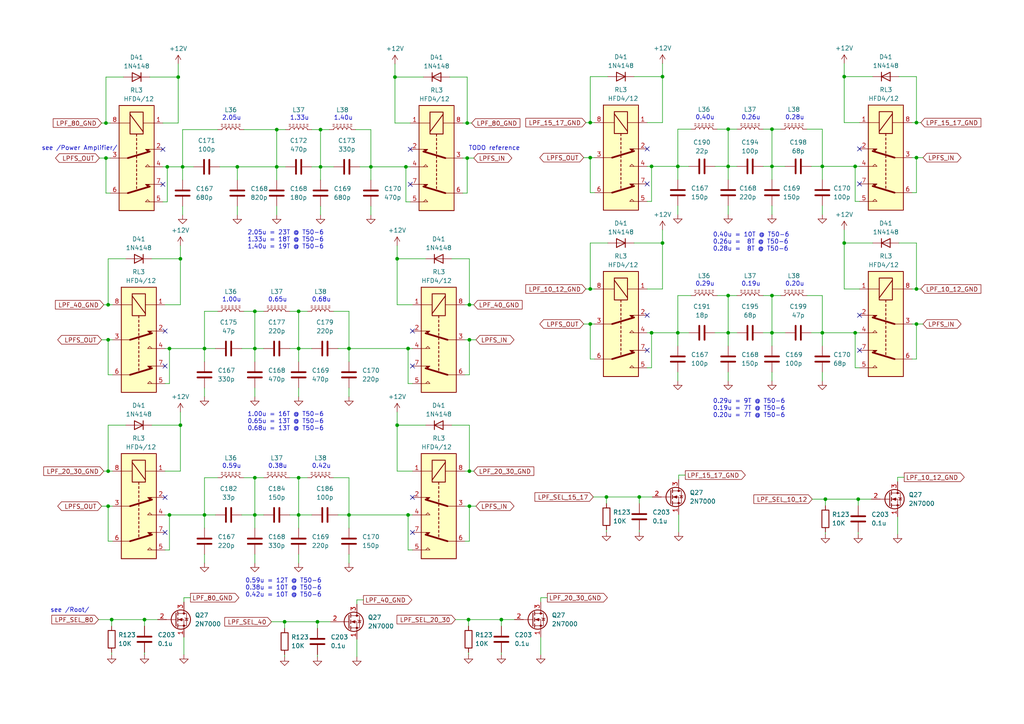
<source format=kicad_sch>
(kicad_sch (version 20230121) (generator eeschema)
  (paper "A4")
  (junction (at 73.914 138.557))
  (junction (at 238.506 48.26))
  (junction (at 244.856 22.225))
  (junction (at 211.201 85.725))
  (junction (at 171.196 83.82))
  (junction (at 73.914 90.297))
  (junction (at 86.614 138.557))
  (junction (at 211.201 96.52))
  (junction (at 211.201 48.26))
  (junction (at 32.385 179.705))
  (junction (at 80.264 48.387))
  (junction (at 135.509 35.687))
  (junction (at 80.264 37.592))
  (junction (at 31.369 146.812))
  (junction (at 117.729 48.387))
  (junction (at 265.811 45.72))
  (junction (at 73.914 101.092))
  (junction (at 115.189 75.057))
  (junction (at 223.901 37.465))
  (junction (at 107.569 48.387))
  (junction (at 49.149 101.092))
  (junction (at 223.901 48.26))
  (junction (at 171.196 93.98))
  (junction (at 31.369 136.652))
  (junction (at 265.811 83.82))
  (junction (at 265.811 93.98))
  (junction (at 136.144 98.552))
  (junction (at 136.144 146.812))
  (junction (at 51.689 22.352))
  (junction (at 48.514 48.387))
  (junction (at 82.55 180.34))
  (junction (at 223.901 85.725))
  (junction (at 135.509 45.847))
  (junction (at 92.964 37.592))
  (junction (at 196.596 48.26))
  (junction (at 196.596 96.52))
  (junction (at 30.734 45.847))
  (junction (at 52.324 75.057))
  (junction (at 59.309 101.092))
  (junction (at 135.89 179.705))
  (junction (at 211.201 37.465))
  (junction (at 92.964 48.387))
  (junction (at 171.196 35.56))
  (junction (at 118.364 149.352))
  (junction (at 239.395 144.78))
  (junction (at 59.309 149.352))
  (junction (at 49.149 149.352))
  (junction (at 30.734 35.687))
  (junction (at 52.324 123.317))
  (junction (at 86.614 90.297))
  (junction (at 185.42 144.145))
  (junction (at 192.151 22.225))
  (junction (at 86.614 101.092))
  (junction (at 265.811 35.56))
  (junction (at 248.031 96.52))
  (junction (at 223.901 96.52))
  (junction (at 136.144 136.652))
  (junction (at 41.91 179.705))
  (junction (at 101.219 101.092))
  (junction (at 188.976 48.26))
  (junction (at 188.976 96.52))
  (junction (at 101.219 149.352))
  (junction (at 73.914 149.352))
  (junction (at 52.959 48.387))
  (junction (at 31.369 98.552))
  (junction (at 92.075 180.34))
  (junction (at 114.554 22.352))
  (junction (at 115.189 123.317))
  (junction (at 175.895 144.145))
  (junction (at 86.614 149.352))
  (junction (at 136.144 88.392))
  (junction (at 68.834 48.387))
  (junction (at 248.031 48.26))
  (junction (at 31.369 88.392))
  (junction (at 248.92 144.78))
  (junction (at 192.151 70.485))
  (junction (at 171.196 45.72))
  (junction (at 244.856 70.485))
  (junction (at 118.364 101.092))
  (junction (at 145.415 179.705))
  (junction (at 238.506 96.52))
  (no_connect (at 249.301 43.18))
  (no_connect (at 47.244 43.307))
  (no_connect (at 119.634 154.432))
  (no_connect (at 47.879 144.272))
  (no_connect (at 47.879 106.172))
  (no_connect (at 187.706 53.34))
  (no_connect (at 187.706 91.44))
  (no_connect (at 249.301 53.34))
  (no_connect (at 249.301 101.6))
  (no_connect (at 187.706 101.6))
  (no_connect (at 119.634 106.172))
  (no_connect (at 118.999 43.307))
  (no_connect (at 119.634 144.272))
  (no_connect (at 118.999 53.467))
  (no_connect (at 249.301 91.44))
  (no_connect (at 187.706 43.18))
  (no_connect (at 47.879 96.012))
  (no_connect (at 47.244 53.467))
  (no_connect (at 119.634 96.012))
  (no_connect (at 47.879 154.432))
  (wire (pts (xy 86.614 160.782) (xy 86.614 163.322)))
  (wire (pts (xy 48.514 48.387) (xy 52.959 48.387)))
  (wire (pts (xy 244.856 83.82) (xy 244.856 70.485)))
  (wire (pts (xy 59.309 160.782) (xy 59.309 163.322)))
  (wire (pts (xy 192.151 35.56) (xy 192.151 22.225)))
  (wire (pts (xy 223.901 48.26) (xy 227.711 48.26)))
  (wire (pts (xy 31.369 98.552) (xy 32.639 98.552)))
  (wire (pts (xy 32.004 56.007) (xy 30.734 56.007)))
  (wire (pts (xy 92.964 48.387) (xy 96.774 48.387)))
  (wire (pts (xy 238.506 96.52) (xy 248.031 96.52)))
  (wire (pts (xy 211.201 85.725) (xy 211.201 96.52)))
  (wire (pts (xy 192.151 83.82) (xy 192.151 70.485)))
  (wire (pts (xy 114.554 22.352) (xy 114.554 18.542)))
  (wire (pts (xy 187.706 106.68) (xy 188.976 106.68)))
  (wire (pts (xy 123.444 123.317) (xy 115.189 123.317)))
  (wire (pts (xy 187.706 96.52) (xy 188.976 96.52)))
  (wire (pts (xy 156.845 184.785) (xy 156.845 189.865)))
  (wire (pts (xy 260.35 139.7) (xy 260.35 138.43)))
  (wire (pts (xy 29.464 146.812) (xy 31.369 146.812)))
  (wire (pts (xy 117.729 58.547) (xy 117.729 48.387)))
  (wire (pts (xy 115.189 136.652) (xy 115.189 123.317)))
  (wire (pts (xy 249.301 58.42) (xy 248.031 58.42)))
  (wire (pts (xy 238.506 107.95) (xy 238.506 110.49)))
  (wire (pts (xy 265.811 35.56) (xy 264.541 35.56)))
  (wire (pts (xy 92.964 37.592) (xy 95.504 37.592)))
  (wire (pts (xy 235.585 144.78) (xy 239.395 144.78)))
  (wire (pts (xy 211.201 48.26) (xy 213.741 48.26)))
  (wire (pts (xy 169.926 83.82) (xy 171.196 83.82)))
  (wire (pts (xy 92.964 37.592) (xy 92.964 48.387)))
  (wire (pts (xy 53.34 174.625) (xy 53.34 173.355)))
  (wire (pts (xy 47.879 101.092) (xy 49.149 101.092)))
  (wire (pts (xy 73.914 149.352) (xy 76.454 149.352)))
  (wire (pts (xy 41.91 179.705) (xy 45.72 179.705)))
  (wire (pts (xy 223.901 96.52) (xy 223.901 100.33)))
  (wire (pts (xy 136.144 136.652) (xy 134.874 136.652)))
  (wire (pts (xy 70.739 37.592) (xy 80.264 37.592)))
  (wire (pts (xy 31.369 146.812) (xy 31.369 156.972)))
  (wire (pts (xy 84.074 149.352) (xy 86.614 149.352)))
  (wire (pts (xy 223.901 85.725) (xy 223.901 96.52)))
  (wire (pts (xy 59.309 101.092) (xy 62.484 101.092)))
  (wire (pts (xy 80.264 48.387) (xy 82.804 48.387)))
  (wire (pts (xy 49.149 149.352) (xy 59.309 149.352)))
  (wire (pts (xy 107.569 48.387) (xy 107.569 52.197)))
  (wire (pts (xy 47.879 159.512) (xy 49.149 159.512)))
  (wire (pts (xy 52.959 37.592) (xy 52.959 48.387)))
  (wire (pts (xy 239.395 144.78) (xy 248.92 144.78)))
  (wire (pts (xy 267.716 45.72) (xy 265.811 45.72)))
  (wire (pts (xy 253.111 70.485) (xy 244.856 70.485)))
  (wire (pts (xy 187.706 48.26) (xy 188.976 48.26)))
  (wire (pts (xy 238.506 96.52) (xy 238.506 100.33)))
  (wire (pts (xy 130.429 22.352) (xy 135.509 22.352)))
  (wire (pts (xy 134.874 108.712) (xy 136.144 108.712)))
  (wire (pts (xy 138.049 146.812) (xy 136.144 146.812)))
  (wire (pts (xy 249.301 83.82) (xy 244.856 83.82)))
  (wire (pts (xy 135.509 35.687) (xy 134.239 35.687)))
  (wire (pts (xy 136.144 146.812) (xy 134.874 146.812)))
  (wire (pts (xy 248.031 106.68) (xy 248.031 96.52)))
  (wire (pts (xy 63.754 48.387) (xy 68.834 48.387)))
  (wire (pts (xy 176.276 70.485) (xy 171.196 70.485)))
  (wire (pts (xy 171.196 35.56) (xy 172.466 35.56)))
  (wire (pts (xy 265.811 45.72) (xy 264.541 45.72)))
  (wire (pts (xy 47.879 88.392) (xy 52.324 88.392)))
  (wire (pts (xy 208.026 85.725) (xy 211.201 85.725)))
  (wire (pts (xy 169.291 93.98) (xy 171.196 93.98)))
  (wire (pts (xy 59.309 149.352) (xy 62.484 149.352)))
  (wire (pts (xy 196.85 149.225) (xy 196.85 154.305)))
  (wire (pts (xy 86.614 149.352) (xy 90.424 149.352)))
  (wire (pts (xy 29.464 35.687) (xy 30.734 35.687)))
  (wire (pts (xy 119.634 111.252) (xy 118.364 111.252)))
  (wire (pts (xy 101.219 138.557) (xy 101.219 149.352)))
  (wire (pts (xy 238.506 37.465) (xy 238.506 48.26)))
  (wire (pts (xy 31.369 75.057) (xy 31.369 88.392)))
  (wire (pts (xy 86.614 101.092) (xy 86.614 104.902)))
  (wire (pts (xy 86.614 149.352) (xy 86.614 153.162)))
  (wire (pts (xy 103.124 37.592) (xy 107.569 37.592)))
  (wire (pts (xy 53.34 173.355) (xy 55.245 173.355)))
  (wire (pts (xy 211.201 59.69) (xy 211.201 62.23)))
  (wire (pts (xy 260.35 149.86) (xy 260.35 154.94)))
  (wire (pts (xy 73.914 101.092) (xy 73.914 104.902)))
  (wire (pts (xy 249.301 106.68) (xy 248.031 106.68)))
  (wire (pts (xy 267.716 93.98) (xy 265.811 93.98)))
  (wire (pts (xy 86.614 101.092) (xy 90.424 101.092)))
  (wire (pts (xy 52.324 136.652) (xy 52.324 123.317)))
  (wire (pts (xy 73.914 112.522) (xy 73.914 115.062)))
  (wire (pts (xy 28.575 179.705) (xy 32.385 179.705)))
  (wire (pts (xy 249.301 48.26) (xy 248.031 48.26)))
  (wire (pts (xy 137.414 136.652) (xy 136.144 136.652)))
  (wire (pts (xy 196.596 48.26) (xy 199.771 48.26)))
  (wire (pts (xy 169.926 35.56) (xy 171.196 35.56)))
  (wire (pts (xy 73.914 90.297) (xy 76.454 90.297)))
  (wire (pts (xy 172.466 104.14) (xy 171.196 104.14)))
  (wire (pts (xy 145.415 179.705) (xy 145.415 181.61)))
  (wire (pts (xy 188.976 96.52) (xy 196.596 96.52)))
  (wire (pts (xy 96.774 90.297) (xy 101.219 90.297)))
  (wire (pts (xy 30.734 45.847) (xy 32.004 45.847)))
  (wire (pts (xy 137.414 88.392) (xy 136.144 88.392)))
  (wire (pts (xy 32.385 189.23) (xy 32.385 189.865)))
  (wire (pts (xy 221.361 96.52) (xy 223.901 96.52)))
  (wire (pts (xy 135.509 22.352) (xy 135.509 35.687)))
  (wire (pts (xy 211.201 85.725) (xy 213.741 85.725)))
  (wire (pts (xy 92.075 189.865) (xy 92.075 190.5)))
  (wire (pts (xy 103.505 175.26) (xy 103.505 173.99)))
  (wire (pts (xy 188.976 58.42) (xy 188.976 48.26)))
  (wire (pts (xy 101.219 149.352) (xy 101.219 153.162)))
  (wire (pts (xy 136.144 98.552) (xy 136.144 108.712)))
  (wire (pts (xy 115.189 75.057) (xy 115.189 71.247)))
  (wire (pts (xy 196.85 139.065) (xy 196.85 137.795)))
  (wire (pts (xy 59.309 138.557) (xy 59.309 149.352)))
  (wire (pts (xy 185.42 144.145) (xy 189.23 144.145)))
  (wire (pts (xy 175.895 144.145) (xy 185.42 144.145)))
  (wire (pts (xy 135.509 45.847) (xy 134.239 45.847)))
  (wire (pts (xy 35.814 22.352) (xy 30.734 22.352)))
  (wire (pts (xy 119.634 88.392) (xy 115.189 88.392)))
  (wire (pts (xy 36.449 123.317) (xy 31.369 123.317)))
  (wire (pts (xy 171.196 70.485) (xy 171.196 83.82)))
  (wire (pts (xy 187.706 35.56) (xy 192.151 35.56)))
  (wire (pts (xy 234.061 37.465) (xy 238.506 37.465)))
  (wire (pts (xy 49.149 159.512) (xy 49.149 149.352)))
  (wire (pts (xy 92.964 59.817) (xy 92.964 62.357)))
  (wire (pts (xy 30.734 35.687) (xy 32.004 35.687)))
  (wire (pts (xy 80.264 37.592) (xy 82.804 37.592)))
  (wire (pts (xy 52.959 48.387) (xy 52.959 52.197)))
  (wire (pts (xy 196.596 37.465) (xy 200.406 37.465)))
  (wire (pts (xy 52.324 88.392) (xy 52.324 75.057)))
  (wire (pts (xy 207.391 48.26) (xy 211.201 48.26)))
  (wire (pts (xy 196.596 48.26) (xy 196.596 52.07)))
  (wire (pts (xy 196.596 59.69) (xy 196.596 62.23)))
  (wire (pts (xy 171.196 93.98) (xy 172.466 93.98)))
  (wire (pts (xy 47.244 58.547) (xy 48.514 58.547)))
  (wire (pts (xy 73.914 90.297) (xy 73.914 101.092)))
  (wire (pts (xy 32.639 156.972) (xy 31.369 156.972)))
  (wire (pts (xy 103.505 173.99) (xy 105.41 173.99)))
  (wire (pts (xy 192.151 22.225) (xy 192.151 18.415)))
  (wire (pts (xy 59.309 101.092) (xy 59.309 104.902)))
  (wire (pts (xy 70.104 149.352) (xy 73.914 149.352)))
  (wire (pts (xy 59.309 149.352) (xy 59.309 153.162)))
  (wire (pts (xy 103.505 185.42) (xy 103.505 190.5)))
  (wire (pts (xy 82.55 180.34) (xy 92.075 180.34)))
  (wire (pts (xy 135.509 45.847) (xy 135.509 56.007)))
  (wire (pts (xy 47.244 48.387) (xy 48.514 48.387)))
  (wire (pts (xy 244.856 22.225) (xy 244.856 18.415)))
  (wire (pts (xy 86.614 90.297) (xy 86.614 101.092)))
  (wire (pts (xy 73.914 138.557) (xy 73.914 149.352)))
  (wire (pts (xy 101.219 149.352) (xy 118.364 149.352)))
  (wire (pts (xy 86.614 112.522) (xy 86.614 115.062)))
  (wire (pts (xy 96.774 138.557) (xy 101.219 138.557)))
  (wire (pts (xy 244.856 35.56) (xy 244.856 22.225)))
  (wire (pts (xy 238.506 48.26) (xy 248.031 48.26)))
  (wire (pts (xy 122.809 22.352) (xy 114.554 22.352)))
  (wire (pts (xy 73.914 160.782) (xy 73.914 163.322)))
  (wire (pts (xy 52.324 123.317) (xy 52.324 119.507)))
  (wire (pts (xy 107.569 59.817) (xy 107.569 62.357)))
  (wire (pts (xy 70.104 101.092) (xy 73.914 101.092)))
  (wire (pts (xy 136.144 98.552) (xy 134.874 98.552)))
  (wire (pts (xy 31.369 98.552) (xy 31.369 108.712)))
  (wire (pts (xy 119.634 136.652) (xy 115.189 136.652)))
  (wire (pts (xy 176.276 22.225) (xy 171.196 22.225)))
  (wire (pts (xy 107.569 37.592) (xy 107.569 48.387)))
  (wire (pts (xy 260.35 138.43) (xy 262.255 138.43)))
  (wire (pts (xy 49.149 101.092) (xy 59.309 101.092)))
  (wire (pts (xy 223.901 59.69) (xy 223.901 62.23)))
  (wire (pts (xy 238.506 85.725) (xy 238.506 96.52)))
  (wire (pts (xy 187.706 58.42) (xy 188.976 58.42)))
  (wire (pts (xy 192.151 70.485) (xy 192.151 66.675)))
  (wire (pts (xy 235.331 48.26) (xy 238.506 48.26)))
  (wire (pts (xy 238.506 59.69) (xy 238.506 62.23)))
  (wire (pts (xy 86.614 138.557) (xy 89.154 138.557)))
  (wire (pts (xy 223.901 37.465) (xy 223.901 48.26)))
  (wire (pts (xy 248.92 144.78) (xy 252.73 144.78)))
  (wire (pts (xy 265.811 93.98) (xy 265.811 104.14)))
  (wire (pts (xy 92.964 48.387) (xy 92.964 52.197)))
  (wire (pts (xy 211.201 48.26) (xy 211.201 52.07)))
  (wire (pts (xy 101.219 101.092) (xy 101.219 104.902)))
  (wire (pts (xy 84.074 90.297) (xy 86.614 90.297)))
  (wire (pts (xy 101.219 101.092) (xy 118.364 101.092)))
  (wire (pts (xy 59.309 112.522) (xy 59.309 115.062)))
  (wire (pts (xy 265.811 83.82) (xy 264.541 83.82)))
  (wire (pts (xy 47.244 35.687) (xy 51.689 35.687)))
  (wire (pts (xy 267.081 83.82) (xy 265.811 83.82)))
  (wire (pts (xy 80.264 48.387) (xy 80.264 52.197)))
  (wire (pts (xy 211.201 37.465) (xy 213.741 37.465)))
  (wire (pts (xy 185.42 153.67) (xy 185.42 154.305)))
  (wire (pts (xy 114.554 35.687) (xy 114.554 22.352)))
  (wire (pts (xy 32.639 108.712) (xy 31.369 108.712)))
  (wire (pts (xy 73.914 138.557) (xy 76.454 138.557)))
  (wire (pts (xy 145.415 189.23) (xy 145.415 189.865)))
  (wire (pts (xy 145.415 179.705) (xy 149.225 179.705)))
  (wire (pts (xy 135.89 179.705) (xy 135.89 181.61)))
  (wire (pts (xy 44.069 123.317) (xy 52.324 123.317)))
  (wire (pts (xy 239.395 144.78) (xy 239.395 146.685)))
  (wire (pts (xy 92.075 180.34) (xy 92.075 182.245)))
  (wire (pts (xy 265.811 22.225) (xy 265.811 35.56)))
  (wire (pts (xy 188.976 48.26) (xy 196.596 48.26)))
  (wire (pts (xy 234.061 85.725) (xy 238.506 85.725)))
  (wire (pts (xy 68.834 59.817) (xy 68.834 62.357)))
  (wire (pts (xy 264.541 55.88) (xy 265.811 55.88)))
  (wire (pts (xy 52.959 59.817) (xy 52.959 62.357)))
  (wire (pts (xy 223.901 96.52) (xy 227.711 96.52)))
  (wire (pts (xy 47.879 136.652) (xy 52.324 136.652)))
  (wire (pts (xy 244.856 70.485) (xy 244.856 66.675)))
  (wire (pts (xy 238.506 48.26) (xy 238.506 52.07)))
  (wire (pts (xy 267.081 35.56) (xy 265.811 35.56)))
  (wire (pts (xy 101.219 160.782) (xy 101.219 163.322)))
  (wire (pts (xy 211.201 96.52) (xy 213.741 96.52)))
  (wire (pts (xy 183.896 22.225) (xy 192.151 22.225)))
  (wire (pts (xy 223.901 85.725) (xy 226.441 85.725)))
  (wire (pts (xy 86.614 90.297) (xy 89.154 90.297)))
  (wire (pts (xy 30.099 136.652) (xy 31.369 136.652)))
  (wire (pts (xy 92.075 180.34) (xy 95.885 180.34)))
  (wire (pts (xy 59.309 138.557) (xy 63.119 138.557)))
  (wire (pts (xy 131.064 123.317) (xy 136.144 123.317)))
  (wire (pts (xy 211.201 107.95) (xy 211.201 110.49)))
  (wire (pts (xy 29.464 98.552) (xy 31.369 98.552)))
  (wire (pts (xy 208.026 37.465) (xy 211.201 37.465)))
  (wire (pts (xy 119.634 149.352) (xy 118.364 149.352)))
  (wire (pts (xy 49.149 111.252) (xy 49.149 101.092)))
  (wire (pts (xy 90.424 37.592) (xy 92.964 37.592)))
  (wire (pts (xy 119.634 101.092) (xy 118.364 101.092)))
  (wire (pts (xy 187.706 83.82) (xy 192.151 83.82)))
  (wire (pts (xy 84.074 138.557) (xy 86.614 138.557)))
  (wire (pts (xy 248.92 154.305) (xy 248.92 154.94)))
  (wire (pts (xy 68.834 48.387) (xy 80.264 48.387)))
  (wire (pts (xy 53.34 184.785) (xy 53.34 189.865)))
  (wire (pts (xy 171.196 22.225) (xy 171.196 35.56)))
  (wire (pts (xy 78.74 180.34) (xy 82.55 180.34)))
  (wire (pts (xy 36.449 75.057) (xy 31.369 75.057)))
  (wire (pts (xy 104.394 48.387) (xy 107.569 48.387)))
  (wire (pts (xy 260.731 70.485) (xy 265.811 70.485)))
  (wire (pts (xy 118.364 159.512) (xy 118.364 149.352)))
  (wire (pts (xy 196.596 85.725) (xy 196.596 96.52)))
  (wire (pts (xy 136.779 35.687) (xy 135.509 35.687)))
  (wire (pts (xy 118.999 35.687) (xy 114.554 35.687)))
  (wire (pts (xy 249.301 35.56) (xy 244.856 35.56)))
  (wire (pts (xy 223.901 48.26) (xy 223.901 52.07)))
  (wire (pts (xy 172.466 55.88) (xy 171.196 55.88)))
  (wire (pts (xy 221.361 37.465) (xy 223.901 37.465)))
  (wire (pts (xy 169.291 45.72) (xy 171.196 45.72)))
  (wire (pts (xy 131.064 75.057) (xy 136.144 75.057)))
  (wire (pts (xy 31.369 146.812) (xy 32.639 146.812)))
  (wire (pts (xy 41.91 189.23) (xy 41.91 189.865)))
  (wire (pts (xy 98.044 149.352) (xy 101.219 149.352)))
  (wire (pts (xy 211.201 37.465) (xy 211.201 48.26)))
  (wire (pts (xy 90.424 48.387) (xy 92.964 48.387)))
  (wire (pts (xy 235.331 96.52) (xy 238.506 96.52)))
  (wire (pts (xy 123.444 75.057) (xy 115.189 75.057)))
  (wire (pts (xy 221.361 48.26) (xy 223.901 48.26)))
  (wire (pts (xy 119.634 159.512) (xy 118.364 159.512)))
  (wire (pts (xy 30.734 22.352) (xy 30.734 35.687)))
  (wire (pts (xy 59.309 90.297) (xy 59.309 101.092)))
  (wire (pts (xy 28.829 45.847) (xy 30.734 45.847)))
  (wire (pts (xy 98.044 101.092) (xy 101.219 101.092)))
  (wire (pts (xy 84.074 101.092) (xy 86.614 101.092)))
  (wire (pts (xy 156.845 174.625) (xy 156.845 173.355)))
  (wire (pts (xy 265.811 93.98) (xy 264.541 93.98)))
  (wire (pts (xy 44.069 75.057) (xy 52.324 75.057)))
  (wire (pts (xy 248.031 48.26) (xy 248.031 58.42)))
  (wire (pts (xy 136.144 123.317) (xy 136.144 136.652)))
  (wire (pts (xy 52.959 37.592) (xy 63.119 37.592)))
  (wire (pts (xy 132.08 179.705) (xy 135.89 179.705)))
  (wire (pts (xy 80.264 59.817) (xy 80.264 62.357)))
  (wire (pts (xy 82.55 189.865) (xy 82.55 190.5)))
  (wire (pts (xy 196.85 137.795) (xy 198.755 137.795)))
  (wire (pts (xy 264.541 104.14) (xy 265.811 104.14)))
  (wire (pts (xy 30.099 88.392) (xy 31.369 88.392)))
  (wire (pts (xy 73.914 101.092) (xy 76.454 101.092)))
  (wire (pts (xy 101.219 112.522) (xy 101.219 115.062)))
  (wire (pts (xy 31.369 136.652) (xy 32.639 136.652)))
  (wire (pts (xy 223.901 37.465) (xy 226.441 37.465)))
  (wire (pts (xy 41.91 179.705) (xy 41.91 181.61)))
  (wire (pts (xy 249.301 96.52) (xy 248.031 96.52)))
  (wire (pts (xy 260.731 22.225) (xy 265.811 22.225)))
  (wire (pts (xy 207.391 96.52) (xy 211.201 96.52)))
  (wire (pts (xy 115.189 123.317) (xy 115.189 119.507)))
  (wire (pts (xy 30.734 45.847) (xy 30.734 56.007)))
  (wire (pts (xy 171.196 93.98) (xy 171.196 104.14)))
  (wire (pts (xy 80.264 37.592) (xy 80.264 48.387)))
  (wire (pts (xy 253.111 22.225) (xy 244.856 22.225)))
  (wire (pts (xy 82.55 180.34) (xy 82.55 182.245)))
  (wire (pts (xy 211.201 96.52) (xy 211.201 100.33)))
  (wire (pts (xy 175.895 144.145) (xy 175.895 146.05)))
  (wire (pts (xy 31.369 88.392) (xy 32.639 88.392)))
  (wire (pts (xy 118.999 48.387) (xy 117.729 48.387)))
  (wire (pts (xy 115.189 88.392) (xy 115.189 75.057)))
  (wire (pts (xy 31.369 123.317) (xy 31.369 136.652)))
  (wire (pts (xy 47.879 149.352) (xy 49.149 149.352)))
  (wire (pts (xy 248.92 144.78) (xy 248.92 146.685)))
  (wire (pts (xy 171.196 83.82) (xy 172.466 83.82)))
  (wire (pts (xy 134.874 156.972) (xy 136.144 156.972)))
  (wire (pts (xy 134.239 56.007) (xy 135.509 56.007)))
  (wire (pts (xy 47.879 111.252) (xy 49.149 111.252)))
  (wire (pts (xy 118.364 111.252) (xy 118.364 101.092)))
  (wire (pts (xy 265.811 45.72) (xy 265.811 55.88)))
  (wire (pts (xy 138.049 98.552) (xy 136.144 98.552)))
  (wire (pts (xy 172.085 144.145) (xy 175.895 144.145)))
  (wire (pts (xy 136.144 146.812) (xy 136.144 156.972)))
  (wire (pts (xy 196.596 85.725) (xy 200.406 85.725)))
  (wire (pts (xy 86.614 138.557) (xy 86.614 149.352)))
  (wire (pts (xy 171.196 45.72) (xy 171.196 55.88)))
  (wire (pts (xy 136.144 88.392) (xy 134.874 88.392)))
  (wire (pts (xy 52.959 48.387) (xy 56.134 48.387)))
  (wire (pts (xy 265.811 70.485) (xy 265.811 83.82)))
  (wire (pts (xy 43.434 22.352) (xy 51.689 22.352)))
  (wire (pts (xy 136.144 75.057) (xy 136.144 88.392)))
  (wire (pts (xy 175.895 153.67) (xy 175.895 154.305)))
  (wire (pts (xy 221.361 85.725) (xy 223.901 85.725)))
  (wire (pts (xy 137.414 45.847) (xy 135.509 45.847)))
  (wire (pts (xy 171.196 45.72) (xy 172.466 45.72)))
  (wire (pts (xy 48.514 58.547) (xy 48.514 48.387)))
  (wire (pts (xy 32.385 179.705) (xy 41.91 179.705)))
  (wire (pts (xy 73.914 149.352) (xy 73.914 153.162)))
  (wire (pts (xy 107.569 48.387) (xy 117.729 48.387)))
  (wire (pts (xy 188.976 106.68) (xy 188.976 96.52)))
  (wire (pts (xy 52.324 75.057) (xy 52.324 71.247)))
  (wire (pts (xy 185.42 144.145) (xy 185.42 146.05)))
  (wire (pts (xy 118.999 58.547) (xy 117.729 58.547)))
  (wire (pts (xy 32.385 179.705) (xy 32.385 181.61)))
  (wire (pts (xy 70.739 138.557) (xy 73.914 138.557)))
  (wire (pts (xy 59.309 90.297) (xy 63.119 90.297)))
  (wire (pts (xy 196.596 96.52) (xy 196.596 100.33)))
  (wire (pts (xy 239.395 154.305) (xy 239.395 154.94)))
  (wire (pts (xy 68.834 48.387) (xy 68.834 52.197)))
  (wire (pts (xy 70.739 90.297) (xy 73.914 90.297)))
  (wire (pts (xy 183.896 70.485) (xy 192.151 70.485)))
  (wire (pts (xy 135.89 179.705) (xy 145.415 179.705)))
  (wire (pts (xy 135.89 189.23) (xy 135.89 189.865)))
  (wire (pts (xy 223.901 107.95) (xy 223.901 110.49)))
  (wire (pts (xy 51.689 22.352) (xy 51.689 18.542)))
  (wire (pts (xy 101.219 90.297) (xy 101.219 101.092)))
  (wire (pts (xy 196.596 107.95) (xy 196.596 110.49)))
  (wire (pts (xy 156.845 173.355) (xy 158.75 173.355)))
  (wire (pts (xy 51.689 35.687) (xy 51.689 22.352)))
  (wire (pts (xy 196.596 37.465) (xy 196.596 48.26)))
  (wire (pts (xy 196.596 96.52) (xy 199.771 96.52)))
  (text "0.68u" (at 90.424 87.757 0) (effects (font (size 1.27 1.27)) (justify left bottom)))
  (text "0.40u" (at 201.676 34.925 0) (effects (font (size 1.27 1.27)) (justify left bottom)))
  (text "0.59u" (at 64.389 136.017 0) (effects (font (size 1.27 1.27)) (justify left bottom)))
  (text "1.00u" (at 64.389 87.757 0) (effects (font (size 1.27 1.27)) (justify left bottom)))
  (text "see /Power Amplifier/" (at 12.065 43.815 0) (effects (font (size 1.27 1.27)) (justify left bottom)))
  (text "0.19u\n" (at 215.011 83.185 0) (effects (font (size 1.27 1.27)) (justify left bottom)))
  (text "0.28u" (at 227.711 34.925 0) (effects (font (size 1.27 1.27)) (justify left bottom)))
  (text "0.40u = 10T @ T50-6\n0.26u =  8T @ T50-6\n0.28u =  8T @ T50-6" (at 206.756 73.025 0) (effects (font (size 1.27 1.27)) (justify left bottom)))
  (text "0.38u" (at 77.724 136.017 0) (effects (font (size 1.27 1.27)) (justify left bottom)))
  (text "0.42u" (at 90.424 136.017 0) (effects (font (size 1.27 1.27)) (justify left bottom)))
  (text "2.05u = 23T @ T50-6\n1.33u = 18T @ T50-6\n1.40u = 19T @ T50-6" (at 71.755 72.39 0) (effects (font (size 1.27 1.27)) (justify left bottom)))
  (text "TODO reference" (at 135.89 43.815 0) (effects (font (size 1.27 1.27)) (justify left bottom)))
  (text "0.59u = 12T @ T50-6\n0.38u = 10T @ T50-6\n0.42u = 10T @ T50-6" (at 71.12 173.355 0) (effects (font (size 1.27 1.27)) (justify left bottom)))
  (text "2.05u" (at 64.389 35.052 0) (effects (font (size 1.27 1.27)) (justify left bottom)))
  (text "1.00u = 16T @ T50-6\n0.65u = 13T @ T50-6\n0.68u = 13T @ T50-6" (at 71.755 125.095 0) (effects (font (size 1.27 1.27)) (justify left bottom)))
  (text "see /Root/" (at 14.605 177.8 0) (effects (font (size 1.27 1.27)) (justify left bottom)))
  (text "1.40u" (at 96.774 35.052 0) (effects (font (size 1.27 1.27)) (justify left bottom)))
  (text "0.65u" (at 77.724 87.757 0) (effects (font (size 1.27 1.27)) (justify left bottom)))
  (text "0.29u" (at 201.676 83.185 0) (effects (font (size 1.27 1.27)) (justify left bottom)))
  (text "1.33u" (at 84.074 35.052 0) (effects (font (size 1.27 1.27)) (justify left bottom)))
  (text "0.26u" (at 215.011 34.925 0) (effects (font (size 1.27 1.27)) (justify left bottom)))
  (text "0.29u = 9T @ T50-6\n0.19u = 7T @ T50-6\n0.20u = 7T @ T50-6" (at 206.756 121.285 0) (effects (font (size 1.27 1.27)) (justify left bottom)))
  (text "0.20u" (at 227.711 83.185 0) (effects (font (size 1.27 1.27)) (justify left bottom)))
  (global_label "LPF_SEL_20_30" (shape input) (at 132.08 179.705 180) (property "Intersheetrefs" "${INTERSHEET_REFS}" (effects hide)))
  (global_label "LPF_40_GND" (shape input) (at 137.414 88.392 0) (property "Intersheetrefs" "${INTERSHEET_REFS}" (effects hide)))
  (global_label "LPFS_OUT" (shape bidirectional) (at 169.291 45.72 180) (property "Intersheetrefs" "${INTERSHEET_REFS}" (effects hide)))
  (global_label "LPF_20_30_GND" (shape output) (at 158.75 173.355 0) (property "Intersheetrefs" "${INTERSHEET_REFS}" (effects hide)))
  (global_label "LPFS_IN" (shape bidirectional) (at 138.049 98.552 0) (property "Intersheetrefs" "${INTERSHEET_REFS}" (effects hide)))
  (global_label "LPFS_IN" (shape bidirectional) (at 267.716 93.98 0) (property "Intersheetrefs" "${INTERSHEET_REFS}" (effects hide)))
  (global_label "LPF_15_17_GND" (shape output) (at 198.755 137.795 0) (property "Intersheetrefs" "${INTERSHEET_REFS}" (effects hide)))
  (global_label "LPF_40_GND" (shape output) (at 105.41 173.99 0) (property "Intersheetrefs" "${INTERSHEET_REFS}" (effects hide)))
  (global_label "LPF_10_12_GND" (shape output) (at 262.255 138.43 0) (property "Intersheetrefs" "${INTERSHEET_REFS}" (effects hide)))
  (global_label "LPFS_OUT" (shape bidirectional) (at 29.464 146.812 180) (property "Intersheetrefs" "${INTERSHEET_REFS}" (effects hide)))
  (global_label "LPF_20_30_GND" (shape input) (at 30.099 136.652 180) (property "Intersheetrefs" "${INTERSHEET_REFS}" (effects hide)))
  (global_label "LPF_15_17_GND" (shape input) (at 267.081 35.56 0) (property "Intersheetrefs" "${INTERSHEET_REFS}" (effects hide)))
  (global_label "LPFS_IN" (shape bidirectional) (at 137.414 45.847 0) (property "Intersheetrefs" "${INTERSHEET_REFS}" (effects hide)))
  (global_label "LPF_10_12_GND" (shape input) (at 267.081 83.82 0) (property "Intersheetrefs" "${INTERSHEET_REFS}" (effects hide)))
  (global_label "LPFS_OUT" (shape bidirectional) (at 169.291 93.98 180) (property "Intersheetrefs" "${INTERSHEET_REFS}" (effects hide)))
  (global_label "LPF_SEL_15_17" (shape input) (at 172.085 144.145 180) (property "Intersheetrefs" "${INTERSHEET_REFS}" (effects hide)))
  (global_label "LPF_SEL_80" (shape input) (at 28.575 179.705 180) (property "Intersheetrefs" "${INTERSHEET_REFS}" (effects hide)))
  (global_label "LPFS_OUT" (shape bidirectional) (at 28.829 45.847 180) (property "Intersheetrefs" "${INTERSHEET_REFS}" (effects hide)))
  (global_label "LPF_20_30_GND" (shape input) (at 137.414 136.652 0) (property "Intersheetrefs" "${INTERSHEET_REFS}" (effects hide)))
  (global_label "LPF_15_17_GND" (shape input) (at 169.926 35.56 180) (property "Intersheetrefs" "${INTERSHEET_REFS}" (effects hide)))
  (global_label "LPF_80_GND" (shape output) (at 55.245 173.355 0) (property "Intersheetrefs" "${INTERSHEET_REFS}" (effects hide)))
  (global_label "LPF_40_GND" (shape input) (at 30.099 88.392 180) (property "Intersheetrefs" "${INTERSHEET_REFS}" (effects hide)))
  (global_label "LPFS_IN" (shape bidirectional) (at 138.049 146.812 0) (property "Intersheetrefs" "${INTERSHEET_REFS}" (effects hide)))
  (global_label "LPF_10_12_GND" (shape input) (at 169.926 83.82 180) (property "Intersheetrefs" "${INTERSHEET_REFS}" (effects hide)))
  (global_label "LPF_80_GND" (shape input) (at 29.464 35.687 180) (property "Intersheetrefs" "${INTERSHEET_REFS}" (effects hide)))
  (global_label "LPFS_IN" (shape bidirectional) (at 267.716 45.72 0) (property "Intersheetrefs" "${INTERSHEET_REFS}" (effects hide)))
  (global_label "LPF_80_GND" (shape input) (at 136.779 35.687 0) (property "Intersheetrefs" "${INTERSHEET_REFS}" (effects hide)))
  (global_label "LPFS_OUT" (shape bidirectional) (at 29.464 98.552 180) (property "Intersheetrefs" "${INTERSHEET_REFS}" (effects hide)))
  (global_label "LPF_SEL_10_12" (shape input) (at 235.585 144.78 180) (property "Intersheetrefs" "${INTERSHEET_REFS}" (effects hide)))
  (global_label "LPF_SEL_40" (shape input) (at 78.74 180.34 180) (property "Intersheetrefs" "${INTERSHEET_REFS}" (effects hide)))
  (symbol (lib_id "Relay:G2RL-2-ASI-DC5") (at 180.086 45.72 270) (unit 1)
    (property "Reference" "RL3" (at 178.181 26.035 90) (effects (justify left)))
    (property "Value" "HFD4/12" (at 176.276 28.575 90) (effects (justify left)))
    (property "Footprint" "Relay_THT:Relay_DPDT_Omron_G2RL" (effects hide))
    (property "Datasheet" "https://omronfs.omron.com/en_US/ecb/products/pdf/en-g2rl.pdf" (effects hide))
    (instances (project "hbr-mk2" (path "" (reference "RL3") (unit 1)) (path "" (reference "RL7") (unit 1)) (path "" (reference "RL9") (unit 1)) (path "" (reference "RL29") (unit 1)) (path "" (reference "RL35") (unit 1))))
  )
  (symbol (lib_id "Device:C") (at 223.901 104.14 0) (unit 1)
    (property "Reference" "C169" (at 227.711 102.87 0) (effects (justify left)))
    (property "Value" "100p" (at 227.711 105.41 0) (effects (justify left)))
    (instances (project "hbr-mk2" (path "" (reference "C169") (unit 1)) (path "" (reference "C197") (unit 1))))
  )
  (symbol (lib_id "Transistor_FET:2N7000") (at 194.31 144.145 0) (unit 1)
    (property "Reference" "Q27" (at 200.025 142.875 0) (effects (justify left)))
    (property "Value" "2N7000" (at 200.025 145.415 0) (effects (justify left)))
    (property "Footprint" "Package_TO_SOT_THT:TO-92_Inline" (effects hide))
    (property "Datasheet" "https://www.vishay.com/docs/70226/70226.pdf" (effects hide))
    (instances (project "hbr-mk2" (path "" (reference "Q27") (unit 1)) (path "" (reference "Q30") (unit 1))))
  )
  (symbol (lib_id "Device:C") (at 238.506 55.88 0) (unit 1)
    (property "Reference" "C170" (at 241.681 54.61 0) (effects (justify left)))
    (property "Value" "100p" (at 241.681 57.15 0) (effects (justify left)))
    (instances (project "hbr-mk2" (path "" (reference "C170") (unit 1)) (path "" (reference "C200") (unit 1))))
  )
  (symbol (lib_id "Diode:1N4148") (at 256.921 70.485 0) (mirror x) (unit 1)
    (property "Reference" "D41" (at 256.921 64.77 0))
    (property "Value" "1N4148" (at 256.921 67.31 0))
    (property "Footprint" "Diode_THT:D_DO-35_SOD27_P7.62mm_Horizontal" (effects hide))
    (property "Datasheet" "https://assets.nexperia.com/documents/data-sheet/1N4148_1N4448.pdf" (effects hide))
    (property "Sim.Device" "D" (effects hide))
    (property "Sim.Pins" "1=K 2=A" (effects hide))
    (instances (project "hbr-mk2" (path "" (reference "D41") (unit 1)) (path "" (reference "D50") (unit 1))))
  )
  (symbol (lib_id "Device:C") (at 59.309 156.972 0) (unit 1)
    (property "Reference" "C167" (at 63.119 155.702 0) (effects (justify left)))
    (property "Value" "220p" (at 63.119 158.242 0) (effects (justify left)))
    (instances (project "hbr-mk2" (path "" (reference "C167") (unit 1)) (path "" (reference "C181") (unit 1))))
  )
  (symbol (lib_id "power:+12V") (at 192.151 18.415 0) (unit 1)
    (property "Reference" "#PWR0266" (effects hide))
    (property "Value" "+12V" (at 192.151 13.97 0))
  )
  (symbol (lib_id "Diode:1N4148") (at 40.259 75.057 180) (unit 1)
    (property "Reference" "D41" (at 40.259 69.342 0))
    (property "Value" "1N4148" (at 40.259 71.882 0))
    (property "Footprint" "Diode_THT:D_DO-35_SOD27_P7.62mm_Horizontal" (effects hide))
    (property "Datasheet" "https://assets.nexperia.com/documents/data-sheet/1N4148_1N4448.pdf" (effects hide))
    (property "Sim.Device" "D" (effects hide))
    (property "Sim.Pins" "1=K 2=A" (effects hide))
    (instances (project "hbr-mk2" (path "" (reference "D41") (unit 1)) (path "" (reference "D45") (unit 1))))
  )
  (symbol (lib_id "Transistor_FET:2N7000") (at 257.81 144.78 0) (unit 1)
    (property "Reference" "Q27" (at 263.525 143.51 0) (effects (justify left)))
    (property "Value" "2N7000" (at 263.525 146.05 0) (effects (justify left)))
    (property "Footprint" "Package_TO_SOT_THT:TO-92_Inline" (effects hide))
    (property "Datasheet" "https://www.vishay.com/docs/70226/70226.pdf" (effects hide))
    (instances (project "hbr-mk2" (path "" (reference "Q27") (unit 1)) (path "" (reference "Q31") (unit 1))))
  )
  (symbol (lib_id "Device:C") (at 86.614 156.972 0) (unit 1)
    (property "Reference" "C169" (at 90.424 155.702 0) (effects (justify left)))
    (property "Value" "220p" (at 90.424 158.242 0) (effects (justify left)))
    (instances (project "hbr-mk2" (path "" (reference "C169") (unit 1)) (path "" (reference "C185") (unit 1))))
  )
  (symbol (lib_id "power:GND") (at 185.42 154.305 0) (unit 1)
    (property "Reference" "#PWR0271" (effects hide))
    (property "Value" "GND" (effects hide))
    (instances (project "hbr-mk2" (path "" (reference "#PWR0271") (unit 1)) (path "" (reference "#PWR0280") (unit 1))))
  )
  (symbol (lib_id "Device:C") (at 223.901 55.88 0) (unit 1)
    (property "Reference" "C169" (at 227.076 54.61 0) (effects (justify left)))
    (property "Value" "150p" (at 227.076 57.15 0) (effects (justify left)))
    (instances (project "hbr-mk2" (path "" (reference "C169") (unit 1)) (path "" (reference "C196") (unit 1))))
  )
  (symbol (lib_id "Device:L_Ferrite") (at 204.216 85.725 90) (unit 1)
    (property "Reference" "L36" (at 204.216 80.01 90))
    (property "Value" "T50-6" (effects hide))
    (instances (project "hbr-mk2" (path "" (reference "L36") (unit 1)) (path "" (reference "L46") (unit 1))))
  )
  (symbol (lib_id "power:GND") (at 135.89 189.865 0) (unit 1)
    (property "Reference" "#PWR0270" (effects hide))
    (property "Value" "GND" (effects hide))
    (instances (project "hbr-mk2" (path "" (reference "#PWR0270") (unit 1)) (path "" (reference "#PWR0276") (unit 1))))
  )
  (symbol (lib_id "power:+12V") (at 115.189 71.247 0) (mirror y) (unit 1)
    (property "Reference" "#PWR0262" (effects hide))
    (property "Value" "+12V" (at 115.189 66.802 0))
  )
  (symbol (lib_id "Device:L_Ferrite") (at 204.216 37.465 90) (unit 1)
    (property "Reference" "L36" (at 204.216 31.75 90))
    (property "Value" "T50-6" (effects hide))
    (instances (project "hbr-mk2" (path "" (reference "L36") (unit 1)) (path "" (reference "L45") (unit 1))))
  )
  (symbol (lib_id "power:GND") (at 239.395 154.94 0) (unit 1)
    (property "Reference" "#PWR0270" (effects hide))
    (property "Value" "GND" (effects hide))
    (instances (project "hbr-mk2" (path "" (reference "#PWR0270") (unit 1)) (path "" (reference "#PWR0282") (unit 1))))
  )
  (symbol (lib_id "Device:R") (at 175.895 149.86 0) (unit 1)
    (property "Reference" "R123" (at 177.8 148.59 0) (effects (justify left)))
    (property "Value" "10K" (at 177.8 151.13 0) (effects (justify left)))
    (instances (project "hbr-mk2" (path "" (reference "R123") (unit 1)) (path "" (reference "R126") (unit 1))))
  )
  (symbol (lib_id "Relay:G2RL-2-ASI-DC5") (at 127.254 98.552 90) (mirror x) (unit 1)
    (property "Reference" "RL3" (at 129.159 78.867 90) (effects (justify left)))
    (property "Value" "HFD4/12" (at 131.064 81.407 90) (effects (justify left)))
    (property "Footprint" "Relay_THT:Relay_DPDT_Omron_G2RL" (effects hide))
    (property "Datasheet" "https://omronfs.omron.com/en_US/ecb/products/pdf/en-g2rl.pdf" (effects hide))
    (instances (project "hbr-mk2" (path "" (reference "RL3") (unit 1)) (path "" (reference "RL7") (unit 1)) (path "" (reference "RL9") (unit 1)) (path "" (reference "RL29") (unit 1)) (path "" (reference "RL31") (unit 1))))
  )
  (symbol (lib_id "Device:L_Ferrite") (at 66.929 37.592 90) (unit 1)
    (property "Reference" "L36" (at 66.929 31.877 90))
    (property "Value" "T50-6" (effects hide))
  )
  (symbol (lib_id "power:GND") (at 92.964 62.357 0) (unit 1)
    (property "Reference" "#PWR0158" (effects hide))
    (property "Value" "GND" (effects hide))
  )
  (symbol (lib_id "Relay:G2RL-2-ASI-DC5") (at 256.921 45.72 90) (mirror x) (unit 1)
    (property "Reference" "RL3" (at 258.826 26.035 90) (effects (justify left)))
    (property "Value" "HFD4/12" (at 260.731 28.575 90) (effects (justify left)))
    (property "Footprint" "Relay_THT:Relay_DPDT_Omron_G2RL" (effects hide))
    (property "Datasheet" "https://omronfs.omron.com/en_US/ecb/products/pdf/en-g2rl.pdf" (effects hide))
    (instances (project "hbr-mk2" (path "" (reference "RL3") (unit 1)) (path "" (reference "RL7") (unit 1)) (path "" (reference "RL9") (unit 1)) (path "" (reference "RL29") (unit 1)) (path "" (reference "RL37") (unit 1))))
  )
  (symbol (lib_id "Device:C") (at 68.834 56.007 0) (unit 1)
    (property "Reference" "C168" (at 72.644 54.737 0) (effects (justify left)))
    (property "Value" "820p" (at 72.644 57.277 0) (effects (justify left)))
    (instances (project "hbr-mk2" (path "" (reference "C168") (unit 1)) (path "" (reference "C202") (unit 1))))
  )
  (symbol (lib_id "power:GND") (at 260.35 154.94 0) (unit 1)
    (property "Reference" "#PWR0272" (effects hide))
    (property "Value" "GND" (effects hide))
    (instances (project "hbr-mk2" (path "" (reference "#PWR0272") (unit 1)) (path "" (reference "#PWR0284") (unit 1))))
  )
  (symbol (lib_id "Transistor_FET:2N7000") (at 154.305 179.705 0) (unit 1)
    (property "Reference" "Q27" (at 160.02 178.435 0) (effects (justify left)))
    (property "Value" "2N7000" (at 160.02 180.975 0) (effects (justify left)))
    (property "Footprint" "Package_TO_SOT_THT:TO-92_Inline" (effects hide))
    (property "Datasheet" "https://www.vishay.com/docs/70226/70226.pdf" (effects hide))
    (instances (project "hbr-mk2" (path "" (reference "Q27") (unit 1)) (path "" (reference "Q29") (unit 1))))
  )
  (symbol (lib_id "power:GND") (at 238.506 110.49 0) (unit 1)
    (property "Reference" "#PWR0159" (effects hide))
    (property "Value" "GND" (effects hide))
    (instances (project "hbr-mk2" (path "" (reference "#PWR0159") (unit 1)) (path "" (reference "#PWR0258") (unit 1))))
  )
  (symbol (lib_id "Device:C") (at 73.914 156.972 0) (unit 1)
    (property "Reference" "C168" (at 77.724 155.702 0) (effects (justify left)))
    (property "Value" "330p" (at 77.724 158.242 0) (effects (justify left)))
    (instances (project "hbr-mk2" (path "" (reference "C168") (unit 1)) (path "" (reference "C183") (unit 1))))
  )
  (symbol (lib_id "Relay:G2RL-2-ASI-DC5") (at 40.259 146.812 270) (unit 1)
    (property "Reference" "RL3" (at 38.354 127.127 90) (effects (justify left)))
    (property "Value" "HFD4/12" (at 36.449 129.667 90) (effects (justify left)))
    (property "Footprint" "Relay_THT:Relay_DPDT_Omron_G2RL" (effects hide))
    (property "Datasheet" "https://omronfs.omron.com/en_US/ecb/products/pdf/en-g2rl.pdf" (effects hide))
    (instances (project "hbr-mk2" (path "" (reference "RL3") (unit 1)) (path "" (reference "RL7") (unit 1)) (path "" (reference "RL9") (unit 1)) (path "" (reference "RL29") (unit 1)) (path "" (reference "RL34") (unit 1))))
  )
  (symbol (lib_id "Relay:G2RL-2-ASI-DC5") (at 256.921 93.98 90) (mirror x) (unit 1)
    (property "Reference" "RL3" (at 258.826 74.295 90) (effects (justify left)))
    (property "Value" "HFD4/12" (at 260.731 76.835 90) (effects (justify left)))
    (property "Footprint" "Relay_THT:Relay_DPDT_Omron_G2RL" (effects hide))
    (property "Datasheet" "https://omronfs.omron.com/en_US/ecb/products/pdf/en-g2rl.pdf" (effects hide))
    (instances (project "hbr-mk2" (path "" (reference "RL3") (unit 1)) (path "" (reference "RL7") (unit 1)) (path "" (reference "RL9") (unit 1)) (path "" (reference "RL29") (unit 1)) (path "" (reference "RL38") (unit 1))))
  )
  (symbol (lib_id "power:GND") (at 145.415 189.865 0) (unit 1)
    (property "Reference" "#PWR0271" (effects hide))
    (property "Value" "GND" (effects hide))
    (instances (project "hbr-mk2" (path "" (reference "#PWR0271") (unit 1)) (path "" (reference "#PWR0277") (unit 1))))
  )
  (symbol (lib_id "power:GND") (at 107.569 62.357 0) (unit 1)
    (property "Reference" "#PWR0159" (effects hide))
    (property "Value" "GND" (effects hide))
  )
  (symbol (lib_id "power:GND") (at 196.596 110.49 0) (unit 1)
    (property "Reference" "#PWR0144" (effects hide))
    (property "Value" "GND" (effects hide))
    (instances (project "hbr-mk2" (path "" (reference "#PWR0144") (unit 1)) (path "" (reference "#PWR0187") (unit 1))))
  )
  (symbol (lib_id "Device:L_Ferrite") (at 80.264 90.297 90) (unit 1)
    (property "Reference" "L37" (at 80.264 84.582 90))
    (property "Value" "T50-6" (effects hide))
    (instances (project "hbr-mk2" (path "" (reference "L37") (unit 1)) (path "" (reference "L40") (unit 1))))
  )
  (symbol (lib_id "Device:C") (at 217.551 96.52 90) (unit 1)
    (property "Reference" "C195" (at 217.551 88.9 90))
    (property "Value" "68p" (at 217.551 91.44 90))
  )
  (symbol (lib_id "Device:C") (at 203.581 96.52 90) (unit 1)
    (property "Reference" "C191" (at 203.581 88.9 90))
    (property "Value" "18p" (at 203.581 91.44 90))
  )
  (symbol (lib_id "power:GND") (at 211.201 110.49 0) (unit 1)
    (property "Reference" "#PWR0150" (effects hide))
    (property "Value" "GND" (effects hide))
    (instances (project "hbr-mk2" (path "" (reference "#PWR0150") (unit 1)) (path "" (reference "#PWR0252") (unit 1))))
  )
  (symbol (lib_id "Diode:1N4148") (at 180.086 22.225 180) (unit 1)
    (property "Reference" "D41" (at 180.086 16.51 0))
    (property "Value" "1N4148" (at 180.086 19.05 0))
    (property "Footprint" "Diode_THT:D_DO-35_SOD27_P7.62mm_Horizontal" (effects hide))
    (property "Datasheet" "https://assets.nexperia.com/documents/data-sheet/1N4148_1N4448.pdf" (effects hide))
    (property "Sim.Device" "D" (effects hide))
    (property "Sim.Pins" "1=K 2=A" (effects hide))
    (instances (project "hbr-mk2" (path "" (reference "D41") (unit 1)) (path "" (reference "D47") (unit 1))))
  )
  (symbol (lib_id "Relay:G2RL-2-ASI-DC5") (at 39.624 45.847 270) (unit 1)
    (property "Reference" "RL3" (at 37.719 26.162 90) (effects (justify left)))
    (property "Value" "HFD4/12" (at 35.814 28.702 90) (effects (justify left)))
    (property "Footprint" "Relay_THT:Relay_DPDT_Omron_G2RL" (effects hide))
    (property "Datasheet" "https://omronfs.omron.com/en_US/ecb/products/pdf/en-g2rl.pdf" (effects hide))
    (instances (project "hbr-mk2" (path "" (reference "RL3") (unit 1)) (path "" (reference "RL7") (unit 1)) (path "" (reference "RL9") (unit 1)) (path "" (reference "RL29") (unit 1)) (path "" (reference "RL29") (unit 1))))
  )
  (symbol (lib_id "Device:C") (at 203.581 48.26 90) (unit 1)
    (property "Reference" "C190" (at 203.581 41.275 90))
    (property "Value" "22p" (at 203.581 43.815 90))
  )
  (symbol (lib_id "Device:C") (at 80.264 56.007 0) (unit 1)
    (property "Reference" "C168" (at 84.074 54.737 0) (effects (justify left)))
    (property "Value" "180p" (at 84.074 57.277 0) (effects (justify left)))
  )
  (symbol (lib_id "power:+12V") (at 51.689 18.542 0) (unit 1)
    (property "Reference" "#PWR0260" (effects hide))
    (property "Value" "+12V" (at 51.689 14.097 0))
  )
  (symbol (lib_id "Device:C") (at 80.264 101.092 90) (unit 1)
    (property "Reference" "C177" (at 80.264 93.472 90))
    (property "Value" "220p" (at 80.264 96.012 90))
  )
  (symbol (lib_id "power:GND") (at 248.92 154.94 0) (unit 1)
    (property "Reference" "#PWR0271" (effects hide))
    (property "Value" "GND" (effects hide))
    (instances (project "hbr-mk2" (path "" (reference "#PWR0271") (unit 1)) (path "" (reference "#PWR0283") (unit 1))))
  )
  (symbol (lib_id "Device:C") (at 101.219 156.972 0) (unit 1)
    (property "Reference" "C170" (at 105.029 155.702 0) (effects (justify left)))
    (property "Value" "150p" (at 105.029 158.242 0) (effects (justify left)))
    (instances (project "hbr-mk2" (path "" (reference "C170") (unit 1)) (path "" (reference "C187") (unit 1))))
  )
  (symbol (lib_id "Device:C") (at 66.294 149.352 90) (unit 1)
    (property "Reference" "C182" (at 66.294 141.732 90))
    (property "Value" "33p" (at 66.294 144.272 90))
  )
  (symbol (lib_id "Transistor_FET:2N7000") (at 50.8 179.705 0) (unit 1)
    (property "Reference" "Q27" (at 56.515 178.435 0) (effects (justify left)))
    (property "Value" "2N7000" (at 56.515 180.975 0) (effects (justify left)))
    (property "Footprint" "Package_TO_SOT_THT:TO-92_Inline" (effects hide))
    (property "Datasheet" "https://www.vishay.com/docs/70226/70226.pdf" (effects hide))
  )
  (symbol (lib_id "power:GND") (at 80.264 62.357 0) (unit 1)
    (property "Reference" "#PWR0150" (effects hide))
    (property "Value" "GND" (effects hide))
  )
  (symbol (lib_id "power:GND") (at 196.85 154.305 0) (unit 1)
    (property "Reference" "#PWR0272" (effects hide))
    (property "Value" "GND" (effects hide))
    (instances (project "hbr-mk2" (path "" (reference "#PWR0272") (unit 1)) (path "" (reference "#PWR0281") (unit 1))))
  )
  (symbol (lib_id "Device:C") (at 196.596 104.14 0) (unit 1)
    (property "Reference" "C167" (at 200.406 102.87 0) (effects (justify left)))
    (property "Value" "100p" (at 200.406 105.41 0) (effects (justify left)))
    (instances (project "hbr-mk2" (path "" (reference "C167") (unit 1)) (path "" (reference "C189") (unit 1))))
  )
  (symbol (lib_id "Device:R") (at 82.55 186.055 0) (unit 1)
    (property "Reference" "R123" (at 84.455 184.785 0) (effects (justify left)))
    (property "Value" "10K" (at 84.455 187.325 0) (effects (justify left)))
    (instances (project "hbr-mk2" (path "" (reference "R123") (unit 1)) (path "" (reference "R124") (unit 1))))
  )
  (symbol (lib_id "Device:C") (at 59.309 108.712 0) (unit 1)
    (property "Reference" "C167" (at 63.119 107.442 0) (effects (justify left)))
    (property "Value" "330p" (at 63.119 109.982 0) (effects (justify left)))
    (instances (project "hbr-mk2" (path "" (reference "C167") (unit 1)) (path "" (reference "C174") (unit 1))))
  )
  (symbol (lib_id "Diode:1N4148") (at 180.086 70.485 180) (unit 1)
    (property "Reference" "D41" (at 180.086 64.77 0))
    (property "Value" "1N4148" (at 180.086 67.31 0))
    (property "Footprint" "Diode_THT:D_DO-35_SOD27_P7.62mm_Horizontal" (effects hide))
    (property "Datasheet" "https://assets.nexperia.com/documents/data-sheet/1N4148_1N4448.pdf" (effects hide))
    (property "Sim.Device" "D" (effects hide))
    (property "Sim.Pins" "1=K 2=A" (effects hide))
    (instances (project "hbr-mk2" (path "" (reference "D41") (unit 1)) (path "" (reference "D48") (unit 1))))
  )
  (symbol (lib_id "Device:C") (at 80.264 149.352 90) (unit 1)
    (property "Reference" "C184" (at 80.264 141.732 90))
    (property "Value" "150p" (at 80.264 144.272 90))
  )
  (symbol (lib_id "power:GND") (at 103.505 190.5 0) (unit 1)
    (property "Reference" "#PWR0272" (effects hide))
    (property "Value" "GND" (effects hide))
    (instances (project "hbr-mk2" (path "" (reference "#PWR0272") (unit 1)) (path "" (reference "#PWR0275") (unit 1))))
  )
  (symbol (lib_id "Device:L_Ferrite") (at 217.551 37.465 90) (unit 1)
    (property "Reference" "L37" (at 217.551 31.75 90))
    (property "Value" "T50-6" (effects hide))
    (instances (project "hbr-mk2" (path "" (reference "L37") (unit 1)) (path "" (reference "L47") (unit 1))))
  )
  (symbol (lib_id "Device:L_Ferrite") (at 99.314 37.592 90) (unit 1)
    (property "Reference" "L38" (at 99.314 31.877 90))
    (property "Value" "T50-6" (effects hide))
  )
  (symbol (lib_id "Diode:1N4148") (at 39.624 22.352 180) (unit 1)
    (property "Reference" "D41" (at 39.624 16.637 0))
    (property "Value" "1N4148" (at 39.624 19.177 0))
    (property "Footprint" "Diode_THT:D_DO-35_SOD27_P7.62mm_Horizontal" (effects hide))
    (property "Datasheet" "https://assets.nexperia.com/documents/data-sheet/1N4148_1N4448.pdf" (effects hide))
    (property "Sim.Device" "D" (effects hide))
    (property "Sim.Pins" "1=K 2=A" (effects hide))
  )
  (symbol (lib_id "power:+12V") (at 192.151 66.675 0) (unit 1)
    (property "Reference" "#PWR0267" (effects hide))
    (property "Value" "+12V" (at 192.151 62.23 0))
  )
  (symbol (lib_id "power:+12V") (at 115.189 119.507 0) (mirror y) (unit 1)
    (property "Reference" "#PWR0263" (effects hide))
    (property "Value" "+12V" (at 115.189 115.062 0))
  )
  (symbol (lib_id "power:+12V") (at 52.324 71.247 0) (unit 1)
    (property "Reference" "#PWR0264" (effects hide))
    (property "Value" "+12V" (at 52.324 66.802 0))
  )
  (symbol (lib_id "Device:L_Ferrite") (at 230.251 85.725 90) (unit 1)
    (property "Reference" "L38" (at 230.251 80.01 90))
    (property "Value" "T50-6" (effects hide))
    (instances (project "hbr-mk2" (path "" (reference "L38") (unit 1)) (path "" (reference "L50") (unit 1))))
  )
  (symbol (lib_id "Device:C") (at 231.521 48.26 90) (unit 1)
    (property "Reference" "C198" (at 231.521 41.275 90))
    (property "Value" "68p" (at 231.521 43.815 90))
  )
  (symbol (lib_id "power:GND") (at 211.201 62.23 0) (unit 1)
    (property "Reference" "#PWR0150" (effects hide))
    (property "Value" "GND" (effects hide))
    (instances (project "hbr-mk2" (path "" (reference "#PWR0150") (unit 1)) (path "" (reference "#PWR0188") (unit 1))))
  )
  (symbol (lib_id "Device:L_Ferrite") (at 92.964 138.557 90) (unit 1)
    (property "Reference" "L38" (at 92.964 132.842 90))
    (property "Value" "T50-6" (effects hide))
    (instances (project "hbr-mk2" (path "" (reference "L38") (unit 1)) (path "" (reference "L44") (unit 1))))
  )
  (symbol (lib_id "Diode:1N4148") (at 126.619 22.352 0) (mirror x) (unit 1)
    (property "Reference" "D41" (at 126.619 16.637 0))
    (property "Value" "1N4148" (at 126.619 19.177 0))
    (property "Footprint" "Diode_THT:D_DO-35_SOD27_P7.62mm_Horizontal" (effects hide))
    (property "Datasheet" "https://assets.nexperia.com/documents/data-sheet/1N4148_1N4448.pdf" (effects hide))
    (property "Sim.Device" "D" (effects hide))
    (property "Sim.Pins" "1=K 2=A" (effects hide))
    (instances (project "hbr-mk2" (path "" (reference "D41") (unit 1)) (path "" (reference "D42") (unit 1))))
  )
  (symbol (lib_id "Device:C") (at 211.201 104.14 0) (unit 1)
    (property "Reference" "C168" (at 215.011 102.87 0) (effects (justify left)))
    (property "Value" "150p" (at 215.011 105.41 0) (effects (justify left)))
    (instances (project "hbr-mk2" (path "" (reference "C168") (unit 1)) (path "" (reference "C193") (unit 1))))
  )
  (symbol (lib_id "Device:R") (at 32.385 185.42 0) (unit 1)
    (property "Reference" "R123" (at 34.29 184.15 0) (effects (justify left)))
    (property "Value" "10K" (at 34.29 186.69 0) (effects (justify left)))
  )
  (symbol (lib_id "Device:C") (at 211.201 55.88 0) (unit 1)
    (property "Reference" "C168" (at 214.376 54.61 0) (effects (justify left)))
    (property "Value" "220p" (at 214.376 57.15 0) (effects (justify left)))
    (instances (project "hbr-mk2" (path "" (reference "C168") (unit 1)) (path "" (reference "C192") (unit 1))))
  )
  (symbol (lib_id "Device:C") (at 94.234 101.092 90) (unit 1)
    (property "Reference" "C179" (at 94.234 93.472 90))
    (property "Value" "220p" (at 94.234 96.012 90))
  )
  (symbol (lib_id "Device:C") (at 185.42 149.86 0) (unit 1)
    (property "Reference" "C203" (at 189.23 148.59 0) (effects (justify left)))
    (property "Value" "0.1u" (at 189.23 151.13 0) (effects (justify left)))
    (instances (project "hbr-mk2" (path "" (reference "C203") (unit 1)) (path "" (reference "C206") (unit 1))))
  )
  (symbol (lib_id "Device:C") (at 92.075 186.055 0) (unit 1)
    (property "Reference" "C203" (at 95.885 184.785 0) (effects (justify left)))
    (property "Value" "0.1u" (at 95.885 187.325 0) (effects (justify left)))
    (instances (project "hbr-mk2" (path "" (reference "C203") (unit 1)) (path "" (reference "C204") (unit 1))))
  )
  (symbol (lib_id "power:+12V") (at 244.856 18.415 0) (mirror y) (unit 1)
    (property "Reference" "#PWR0268" (effects hide))
    (property "Value" "+12V" (at 244.856 13.97 0))
  )
  (symbol (lib_id "Device:C") (at 196.596 55.88 0) (unit 1)
    (property "Reference" "C167" (at 200.406 54.61 0) (effects (justify left)))
    (property "Value" "150p" (at 200.406 57.15 0) (effects (justify left)))
    (instances (project "hbr-mk2" (path "" (reference "C167") (unit 1)) (path "" (reference "C188") (unit 1))))
  )
  (symbol (lib_id "Device:C") (at 94.234 149.352 90) (unit 1)
    (property "Reference" "C186" (at 94.234 141.732 90))
    (property "Value" "100p" (at 94.234 144.272 90))
  )
  (symbol (lib_id "Device:R") (at 135.89 185.42 0) (unit 1)
    (property "Reference" "R123" (at 137.795 184.15 0) (effects (justify left)))
    (property "Value" "10K" (at 137.795 186.69 0) (effects (justify left)))
    (instances (project "hbr-mk2" (path "" (reference "R123") (unit 1)) (path "" (reference "R125") (unit 1))))
  )
  (symbol (lib_id "Device:C") (at 66.294 101.092 90) (unit 1)
    (property "Reference" "C175" (at 66.294 93.472 90))
    (property "Value" "47p" (at 66.294 96.012 90))
  )
  (symbol (lib_id "power:GND") (at 68.834 62.357 0) (unit 1)
    (property "Reference" "#PWR0150" (effects hide))
    (property "Value" "GND" (effects hide))
    (instances (project "hbr-mk2" (path "" (reference "#PWR0150") (unit 1)) (path "" (reference "#PWR0259") (unit 1))))
  )
  (symbol (lib_id "Device:C") (at 145.415 185.42 0) (unit 1)
    (property "Reference" "C203" (at 149.225 184.15 0) (effects (justify left)))
    (property "Value" "0.1u" (at 149.225 186.69 0) (effects (justify left)))
    (instances (project "hbr-mk2" (path "" (reference "C203") (unit 1)) (path "" (reference "C205") (unit 1))))
  )
  (symbol (lib_id "power:+12V") (at 244.856 66.675 0) (mirror y) (unit 1)
    (property "Reference" "#PWR0269" (effects hide))
    (property "Value" "+12V" (at 244.856 62.23 0))
  )
  (symbol (lib_id "Relay:G2RL-2-ASI-DC5") (at 180.086 93.98 270) (unit 1)
    (property "Reference" "RL3" (at 178.181 74.295 90) (effects (justify left)))
    (property "Value" "HFD4/12" (at 176.276 76.835 90) (effects (justify left)))
    (property "Footprint" "Relay_THT:Relay_DPDT_Omron_G2RL" (effects hide))
    (property "Datasheet" "https://omronfs.omron.com/en_US/ecb/products/pdf/en-g2rl.pdf" (effects hide))
    (instances (project "hbr-mk2" (path "" (reference "RL3") (unit 1)) (path "" (reference "RL7") (unit 1)) (path "" (reference "RL9") (unit 1)) (path "" (reference "RL29") (unit 1)) (path "" (reference "RL36") (unit 1))))
  )
  (symbol (lib_id "power:GND") (at 82.55 190.5 0) (unit 1)
    (property "Reference" "#PWR0270" (effects hide))
    (property "Value" "GND" (effects hide))
    (instances (project "hbr-mk2" (path "" (reference "#PWR0270") (unit 1)) (path "" (reference "#PWR0273") (unit 1))))
  )
  (symbol (lib_id "power:GND") (at 92.075 190.5 0) (unit 1)
    (property "Reference" "#PWR0271" (effects hide))
    (property "Value" "GND" (effects hide))
    (instances (project "hbr-mk2" (path "" (reference "#PWR0271") (unit 1)) (path "" (reference "#PWR0274") (unit 1))))
  )
  (symbol (lib_id "Device:L_Ferrite") (at 80.264 138.557 90) (unit 1)
    (property "Reference" "L37" (at 80.264 132.842 90))
    (property "Value" "T50-6" (effects hide))
    (instances (project "hbr-mk2" (path "" (reference "L37") (unit 1)) (path "" (reference "L43") (unit 1))))
  )
  (symbol (lib_id "Relay:G2RL-2-ASI-DC5") (at 40.259 98.552 270) (unit 1)
    (property "Reference" "RL3" (at 38.354 78.867 90) (effects (justify left)))
    (property "Value" "HFD4/12" (at 36.449 81.407 90) (effects (justify left)))
    (property "Footprint" "Relay_THT:Relay_DPDT_Omron_G2RL" (effects hide))
    (property "Datasheet" "https://omronfs.omron.com/en_US/ecb/products/pdf/en-g2rl.pdf" (effects hide))
    (instances (project "hbr-mk2" (path "" (reference "RL3") (unit 1)) (path "" (reference "RL7") (unit 1)) (path "" (reference "RL9") (unit 1)) (path "" (reference "RL29") (unit 1)) (path "" (reference "RL33") (unit 1))))
  )
  (symbol (lib_id "Relay:G2RL-2-ASI-DC5") (at 126.619 45.847 90) (mirror x) (unit 1)
    (property "Reference" "RL3" (at 128.524 26.162 90) (effects (justify left)))
    (property "Value" "HFD4/12" (at 130.429 28.702 90) (effects (justify left)))
    (property "Footprint" "Relay_THT:Relay_DPDT_Omron_G2RL" (effects hide))
    (property "Datasheet" "https://omronfs.omron.com/en_US/ecb/products/pdf/en-g2rl.pdf" (effects hide))
    (instances (project "hbr-mk2" (path "" (reference "RL3") (unit 1)) (path "" (reference "RL7") (unit 1)) (path "" (reference "RL9") (unit 1)) (path "" (reference "RL29") (unit 1)) (path "" (reference "RL30") (unit 1))))
  )
  (symbol (lib_id "Device:L_Ferrite") (at 217.551 85.725 90) (unit 1)
    (property "Reference" "L37" (at 217.551 80.01 90))
    (property "Value" "T50-6" (effects hide))
    (instances (project "hbr-mk2" (path "" (reference "L37") (unit 1)) (path "" (reference "L48") (unit 1))))
  )
  (symbol (lib_id "power:GND") (at 52.959 62.357 0) (unit 1)
    (property "Reference" "#PWR0144" (effects hide))
    (property "Value" "GND" (effects hide))
  )
  (symbol (lib_id "Device:C") (at 107.569 56.007 0) (unit 1)
    (property "Reference" "C170" (at 111.379 54.737 0) (effects (justify left)))
    (property "Value" "470p" (at 111.379 57.277 0) (effects (justify left)))
  )
  (symbol (lib_id "power:GND") (at 86.614 163.322 0) (unit 1)
    (property "Reference" "#PWR0158" (effects hide))
    (property "Value" "GND" (effects hide))
    (instances (project "hbr-mk2" (path "" (reference "#PWR0158") (unit 1)) (path "" (reference "#PWR0184") (unit 1))))
  )
  (symbol (lib_id "power:GND") (at 101.219 163.322 0) (unit 1)
    (property "Reference" "#PWR0159" (effects hide))
    (property "Value" "GND" (effects hide))
    (instances (project "hbr-mk2" (path "" (reference "#PWR0159") (unit 1)) (path "" (reference "#PWR0185") (unit 1))))
  )
  (symbol (lib_id "power:+12V") (at 114.554 18.542 0) (mirror y) (unit 1)
    (property "Reference" "#PWR0261" (effects hide))
    (property "Value" "+12V" (at 114.554 14.097 0))
  )
  (symbol (lib_id "Device:C") (at 231.521 96.52 90) (unit 1)
    (property "Reference" "C199" (at 231.521 88.9 90))
    (property "Value" "47p" (at 231.521 91.44 90))
  )
  (symbol (lib_id "power:GND") (at 196.596 62.23 0) (unit 1)
    (property "Reference" "#PWR0144" (effects hide))
    (property "Value" "GND" (effects hide))
    (instances (project "hbr-mk2" (path "" (reference "#PWR0144") (unit 1)) (path "" (reference "#PWR0186") (unit 1))))
  )
  (symbol (lib_id "Device:C") (at 101.219 108.712 0) (unit 1)
    (property "Reference" "C170" (at 105.029 107.442 0) (effects (justify left)))
    (property "Value" "220p" (at 105.029 109.982 0) (effects (justify left)))
    (instances (project "hbr-mk2" (path "" (reference "C170") (unit 1)) (path "" (reference "C180") (unit 1))))
  )
  (symbol (lib_id "Device:C") (at 92.964 56.007 0) (unit 1)
    (property "Reference" "C169" (at 96.774 54.737 0) (effects (justify left)))
    (property "Value" "680p" (at 96.774 57.277 0) (effects (justify left)))
  )
  (symbol (lib_id "Device:C") (at 59.944 48.387 90) (unit 1)
    (property "Reference" "C171" (at 59.944 40.767 90))
    (property "Value" "100p" (at 59.944 43.307 90))
  )
  (symbol (lib_id "power:GND") (at 73.914 163.322 0) (unit 1)
    (property "Reference" "#PWR0150" (effects hide))
    (property "Value" "GND" (effects hide))
    (instances (project "hbr-mk2" (path "" (reference "#PWR0150") (unit 1)) (path "" (reference "#PWR0183") (unit 1))))
  )
  (symbol (lib_id "Device:L_Ferrite") (at 230.251 37.465 90) (unit 1)
    (property "Reference" "L38" (at 230.251 31.75 90))
    (property "Value" "T50-6" (effects hide))
    (instances (project "hbr-mk2" (path "" (reference "L38") (unit 1)) (path "" (reference "L49") (unit 1))))
  )
  (symbol (lib_id "Device:C") (at 86.614 48.387 90) (unit 1)
    (property "Reference" "C172" (at 86.614 40.767 90))
    (property "Value" "470p" (at 86.614 43.307 90))
  )
  (symbol (lib_id "power:GND") (at 41.91 189.865 0) (unit 1)
    (property "Reference" "#PWR0271" (effects hide))
    (property "Value" "GND" (effects hide))
  )
  (symbol (lib_id "Device:C") (at 52.959 56.007 0) (unit 1)
    (property "Reference" "C167" (at 56.769 54.737 0) (effects (justify left)))
    (property "Value" "680p" (at 56.769 57.277 0) (effects (justify left)))
  )
  (symbol (lib_id "power:GND") (at 59.309 115.062 0) (unit 1)
    (property "Reference" "#PWR0144" (effects hide))
    (property "Value" "GND" (effects hide))
    (instances (project "hbr-mk2" (path "" (reference "#PWR0144") (unit 1)) (path "" (reference "#PWR0160") (unit 1))))
  )
  (symbol (lib_id "power:GND") (at 238.506 62.23 0) (unit 1)
    (property "Reference" "#PWR0159" (effects hide))
    (property "Value" "GND" (effects hide))
    (instances (project "hbr-mk2" (path "" (reference "#PWR0159") (unit 1)) (path "" (reference "#PWR0257") (unit 1))))
  )
  (symbol (lib_id "Device:R") (at 239.395 150.495 0) (unit 1)
    (property "Reference" "R123" (at 241.3 149.225 0) (effects (justify left)))
    (property "Value" "10K" (at 241.3 151.765 0) (effects (justify left)))
    (instances (project "hbr-mk2" (path "" (reference "R123") (unit 1)) (path "" (reference "R127") (unit 1))))
  )
  (symbol (lib_id "Device:L_Ferrite") (at 66.929 90.297 90) (unit 1)
    (property "Reference" "L36" (at 66.929 84.582 90))
    (property "Value" "T50-6" (effects hide))
    (instances (project "hbr-mk2" (path "" (reference "L36") (unit 1)) (path "" (reference "L39") (unit 1))))
  )
  (symbol (lib_id "power:GND") (at 223.901 62.23 0) (unit 1)
    (property "Reference" "#PWR0158" (effects hide))
    (property "Value" "GND" (effects hide))
    (instances (project "hbr-mk2" (path "" (reference "#PWR0158") (unit 1)) (path "" (reference "#PWR0254") (unit 1))))
  )
  (symbol (lib_id "Device:C") (at 100.584 48.387 90) (unit 1)
    (property "Reference" "C173" (at 100.584 40.767 90))
    (property "Value" "330p" (at 100.584 43.307 90))
  )
  (symbol (lib_id "Device:C") (at 217.551 48.26 90) (unit 1)
    (property "Reference" "C194" (at 217.551 41.275 90))
    (property "Value" "100p" (at 217.551 43.815 90))
  )
  (symbol (lib_id "Device:C") (at 86.614 108.712 0) (unit 1)
    (property "Reference" "C169" (at 90.424 107.442 0) (effects (justify left)))
    (property "Value" "470p" (at 90.424 109.982 0) (effects (justify left)))
    (instances (project "hbr-mk2" (path "" (reference "C169") (unit 1)) (path "" (reference "C178") (unit 1))))
  )
  (symbol (lib_id "Transistor_FET:2N7000") (at 100.965 180.34 0) (unit 1)
    (property "Reference" "Q27" (at 106.68 179.07 0) (effects (justify left)))
    (property "Value" "2N7000" (at 106.68 181.61 0) (effects (justify left)))
    (property "Footprint" "Package_TO_SOT_THT:TO-92_Inline" (effects hide))
    (property "Datasheet" "https://www.vishay.com/docs/70226/70226.pdf" (effects hide))
    (instances (project "hbr-mk2" (path "" (reference "Q27") (unit 1)) (path "" (reference "Q28") (unit 1))))
  )
  (symbol (lib_id "Device:L_Ferrite") (at 86.614 37.592 90) (unit 1)
    (property "Reference" "L37" (at 86.614 31.877 90))
    (property "Value" "T50-6" (effects hide))
  )
  (symbol (lib_id "Device:C") (at 41.91 185.42 0) (unit 1)
    (property "Reference" "C203" (at 45.72 184.15 0) (effects (justify left)))
    (property "Value" "0.1u" (at 45.72 186.69 0) (effects (justify left)))
  )
  (symbol (lib_id "power:GND") (at 59.309 163.322 0) (unit 1)
    (property "Reference" "#PWR0144" (effects hide))
    (property "Value" "GND" (effects hide))
    (instances (project "hbr-mk2" (path "" (reference "#PWR0144") (unit 1)) (path "" (reference "#PWR0180") (unit 1))))
  )
  (symbol (lib_id "Diode:1N4148") (at 40.259 123.317 180) (unit 1)
    (property "Reference" "D41" (at 40.259 117.602 0))
    (property "Value" "1N4148" (at 40.259 120.142 0))
    (property "Footprint" "Diode_THT:D_DO-35_SOD27_P7.62mm_Horizontal" (effects hide))
    (property "Datasheet" "https://assets.nexperia.com/documents/data-sheet/1N4148_1N4448.pdf" (effects hide))
    (property "Sim.Device" "D" (effects hide))
    (property "Sim.Pins" "1=K 2=A" (effects hide))
    (instances (project "hbr-mk2" (path "" (reference "D41") (unit 1)) (path "" (reference "D46") (unit 1))))
  )
  (symbol (lib_id "Relay:G2RL-2-ASI-DC5") (at 127.254 146.812 90) (mirror x) (unit 1)
    (property "Reference" "RL3" (at 129.159 127.127 90) (effects (justify left)))
    (property "Value" "HFD4/12" (at 131.064 129.667 90) (effects (justify left)))
    (property "Footprint" "Relay_THT:Relay_DPDT_Omron_G2RL" (effects hide))
    (property "Datasheet" "https://omronfs.omron.com/en_US/ecb/products/pdf/en-g2rl.pdf" (effects hide))
    (instances (project "hbr-mk2" (path "" (reference "RL3") (unit 1)) (path "" (reference "RL7") (unit 1)) (path "" (reference "RL9") (unit 1)) (path "" (reference "RL29") (unit 1)) (path "" (reference "RL32") (unit 1))))
  )
  (symbol (lib_id "power:GND") (at 53.34 189.865 0) (unit 1)
    (property "Reference" "#PWR0272" (effects hide))
    (property "Value" "GND" (effects hide))
  )
  (symbol (lib_id "Device:L_Ferrite") (at 92.964 90.297 90) (unit 1)
    (property "Reference" "L38" (at 92.964 84.582 90))
    (property "Value" "T50-6" (effects hide))
    (instances (project "hbr-mk2" (path "" (reference "L38") (unit 1)) (path "" (reference "L41") (unit 1))))
  )
  (symbol (lib_id "Diode:1N4148") (at 256.921 22.225 0) (mirror x) (unit 1)
    (property "Reference" "D41" (at 256.921 16.51 0))
    (property "Value" "1N4148" (at 256.921 19.05 0))
    (property "Footprint" "Diode_THT:D_DO-35_SOD27_P7.62mm_Horizontal" (effects hide))
    (property "Datasheet" "https://assets.nexperia.com/documents/data-sheet/1N4148_1N4448.pdf" (effects hide))
    (property "Sim.Device" "D" (effects hide))
    (property "Sim.Pins" "1=K 2=A" (effects hide))
    (instances (project "hbr-mk2" (path "" (reference "D41") (unit 1)) (path "" (reference "D49") (unit 1))))
  )
  (symbol (lib_id "Device:C") (at 238.506 104.14 0) (unit 1)
    (property "Reference" "C170" (at 241.681 102.87 0) (effects (justify left)))
    (property "Value" "68p" (at 241.681 105.41 0) (effects (justify left)))
    (instances (project "hbr-mk2" (path "" (reference "C170") (unit 1)) (path "" (reference "C201") (unit 1))))
  )
  (symbol (lib_id "Device:C") (at 73.914 108.712 0) (unit 1)
    (property "Reference" "C168" (at 77.724 107.442 0) (effects (justify left)))
    (property "Value" "470p" (at 77.724 109.982 0) (effects (justify left)))
    (instances (project "hbr-mk2" (path "" (reference "C168") (unit 1)) (path "" (reference "C176") (unit 1))))
  )
  (symbol (lib_id "power:GND") (at 175.895 154.305 0) (unit 1)
    (property "Reference" "#PWR0270" (effects hide))
    (property "Value" "GND" (effects hide))
    (instances (project "hbr-mk2" (path "" (reference "#PWR0270") (unit 1)) (path "" (reference "#PWR0279") (unit 1))))
  )
  (symbol (lib_id "power:GND") (at 223.901 110.49 0) (unit 1)
    (property "Reference" "#PWR0158" (effects hide))
    (property "Value" "GND" (effects hide))
    (instances (project "hbr-mk2" (path "" (reference "#PWR0158") (unit 1)) (path "" (reference "#PWR0255") (unit 1))))
  )
  (symbol (lib_id "Diode:1N4148") (at 127.254 123.317 0) (mirror x) (unit 1)
    (property "Reference" "D41" (at 127.254 117.602 0))
    (property "Value" "1N4148" (at 127.254 120.142 0))
    (property "Footprint" "Diode_THT:D_DO-35_SOD27_P7.62mm_Horizontal" (effects hide))
    (property "Datasheet" "https://assets.nexperia.com/documents/data-sheet/1N4148_1N4448.pdf" (effects hide))
    (property "Sim.Device" "D" (effects hide))
    (property "Sim.Pins" "1=K 2=A" (effects hide))
    (instances (project "hbr-mk2" (path "" (reference "D41") (unit 1)) (path "" (reference "D44") (unit 1))))
  )
  (symbol (lib_id "power:GND") (at 86.614 115.062 0) (unit 1)
    (property "Reference" "#PWR0158" (effects hide))
    (property "Value" "GND" (effects hide))
    (instances (project "hbr-mk2" (path "" (reference "#PWR0158") (unit 1)) (path "" (reference "#PWR0178") (unit 1))))
  )
  (symbol (lib_id "Device:L_Ferrite") (at 66.929 138.557 90) (unit 1)
    (property "Reference" "L36" (at 66.929 132.842 90))
    (property "Value" "T50-6" (effects hide))
    (instances (project "hbr-mk2" (path "" (reference "L36") (unit 1)) (path "" (reference "L42") (unit 1))))
  )
  (symbol (lib_id "power:GND") (at 101.219 115.062 0) (unit 1)
    (property "Reference" "#PWR0159" (effects hide))
    (property "Value" "GND" (effects hide))
    (instances (project "hbr-mk2" (path "" (reference "#PWR0159") (unit 1)) (path "" (reference "#PWR0179") (unit 1))))
  )
  (symbol (lib_id "Diode:1N4148") (at 127.254 75.057 0) (mirror x) (unit 1)
    (property "Reference" "D41" (at 127.254 69.342 0))
    (property "Value" "1N4148" (at 127.254 71.882 0))
    (property "Footprint" "Diode_THT:D_DO-35_SOD27_P7.62mm_Horizontal" (effects hide))
    (property "Datasheet" "https://assets.nexperia.com/documents/data-sheet/1N4148_1N4448.pdf" (effects hide))
    (property "Sim.Device" "D" (effects hide))
    (property "Sim.Pins" "1=K 2=A" (effects hide))
    (instances (project "hbr-mk2" (path "" (reference "D41") (unit 1)) (path "" (reference "D43") (unit 1))))
  )
  (symbol (lib_id "power:GND") (at 156.845 189.865 0) (unit 1)
    (property "Reference" "#PWR0272" (effects hide))
    (property "Value" "GND" (effects hide))
    (instances (project "hbr-mk2" (path "" (reference "#PWR0272") (unit 1)) (path "" (reference "#PWR0278") (unit 1))))
  )
  (symbol (lib_id "power:+12V") (at 52.324 119.507 0) (unit 1)
    (property "Reference" "#PWR0265" (effects hide))
    (property "Value" "+12V" (at 52.324 115.062 0))
  )
  (symbol (lib_id "power:GND") (at 32.385 189.865 0) (unit 1)
    (property "Reference" "#PWR0270" (effects hide))
    (property "Value" "GND" (effects hide))
  )
  (symbol (lib_id "power:GND") (at 73.914 115.062 0) (unit 1)
    (property "Reference" "#PWR0150" (effects hide))
    (property "Value" "GND" (effects hide))
    (instances (project "hbr-mk2" (path "" (reference "#PWR0150") (unit 1)) (path "" (reference "#PWR0177") (unit 1))))
  )
  (symbol (lib_id "Device:C") (at 248.92 150.495 0) (unit 1)
    (property "Reference" "C203" (at 252.73 149.225 0) (effects (justify left)))
    (property "Value" "0.1u" (at 252.73 151.765 0) (effects (justify left)))
    (instances (project "hbr-mk2" (path "" (reference "C203") (unit 1)) (path "" (reference "C207") (unit 1))))
  )
)
</source>
